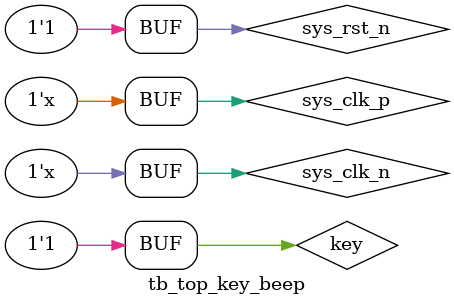
<source format=v>
`timescale 1ns/1ns
module tb_top_key_beep();

parameter CLK_PERIOD = 10;
reg sys_clk_p;
reg sys_clk_n;
reg sys_rst_n;
reg key;
wire beep;
always #(CLK_PERIOD/2) sys_clk_p = ~sys_clk_p;
always #(CLK_PERIOD/2) sys_clk_n = ~sys_clk_n;
initial begin
    sys_clk_p <= 1'b0;
    sys_clk_n <= 1'b1;
    sys_rst_n <= 1'b1;
    key <= 1'b1;
    #200 
    sys_rst_n <= 1'b0;
    #200 
    sys_rst_n <= 1'b1;
    #20
    key <= 1'b0;
    #20 
    key <= 1'b1;
    #20
    key <= 1'b0;
    #20 
    key <= 1'b1;
    #20
    key <= 1'b0;
    #500
    key <= 1'b1;
    #1000
    key <= 1'b0;
    #20 
    key <= 1'b1;
    #20
    key <= 1'b0;
    #500
    key <= 1'b1;
end
// output declaration of module top_key_beep
// output declaration of module top_key_beep
top_key_beep #(
    .CNT_MAX 	(200))
u_top_key_beep(
    .sys_clk_p 	(sys_clk_p  ),
    .sys_clk_n 	(sys_clk_n  ),
    .sys_rst_n 	(sys_rst_n  ),
    .key       	(key        ),
    .beep      	(beep       )
);

initial begin
    //$dumpfile("sim/tb_top_key_beep.vcd");
    //$dumpvars(0,tb_top_key_beep);
    // #2000 $finish();
end
endmodule
</source>
